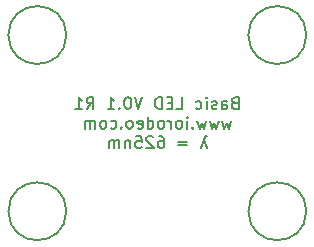
<source format=gbr>
%TF.GenerationSoftware,KiCad,Pcbnew,5.1.7-a382d34a8~87~ubuntu18.04.1*%
%TF.CreationDate,2022-01-02T10:16:47-08:00*%
%TF.ProjectId,basic_led,62617369-635f-46c6-9564-2e6b69636164,rev?*%
%TF.SameCoordinates,Original*%
%TF.FileFunction,Legend,Bot*%
%TF.FilePolarity,Positive*%
%FSLAX46Y46*%
G04 Gerber Fmt 4.6, Leading zero omitted, Abs format (unit mm)*
G04 Created by KiCad (PCBNEW 5.1.7-a382d34a8~87~ubuntu18.04.1) date 2022-01-02 10:16:47*
%MOMM*%
%LPD*%
G01*
G04 APERTURE LIST*
%ADD10C,0.150000*%
G04 APERTURE END LIST*
D10*
X69247619Y-58278571D02*
X69104761Y-58326190D01*
X69057142Y-58373809D01*
X69009523Y-58469047D01*
X69009523Y-58611904D01*
X69057142Y-58707142D01*
X69104761Y-58754761D01*
X69200000Y-58802380D01*
X69580952Y-58802380D01*
X69580952Y-57802380D01*
X69247619Y-57802380D01*
X69152380Y-57850000D01*
X69104761Y-57897619D01*
X69057142Y-57992857D01*
X69057142Y-58088095D01*
X69104761Y-58183333D01*
X69152380Y-58230952D01*
X69247619Y-58278571D01*
X69580952Y-58278571D01*
X68152380Y-58802380D02*
X68152380Y-58278571D01*
X68200000Y-58183333D01*
X68295238Y-58135714D01*
X68485714Y-58135714D01*
X68580952Y-58183333D01*
X68152380Y-58754761D02*
X68247619Y-58802380D01*
X68485714Y-58802380D01*
X68580952Y-58754761D01*
X68628571Y-58659523D01*
X68628571Y-58564285D01*
X68580952Y-58469047D01*
X68485714Y-58421428D01*
X68247619Y-58421428D01*
X68152380Y-58373809D01*
X67723809Y-58754761D02*
X67628571Y-58802380D01*
X67438095Y-58802380D01*
X67342857Y-58754761D01*
X67295238Y-58659523D01*
X67295238Y-58611904D01*
X67342857Y-58516666D01*
X67438095Y-58469047D01*
X67580952Y-58469047D01*
X67676190Y-58421428D01*
X67723809Y-58326190D01*
X67723809Y-58278571D01*
X67676190Y-58183333D01*
X67580952Y-58135714D01*
X67438095Y-58135714D01*
X67342857Y-58183333D01*
X66866666Y-58802380D02*
X66866666Y-58135714D01*
X66866666Y-57802380D02*
X66914285Y-57850000D01*
X66866666Y-57897619D01*
X66819047Y-57850000D01*
X66866666Y-57802380D01*
X66866666Y-57897619D01*
X65961904Y-58754761D02*
X66057142Y-58802380D01*
X66247619Y-58802380D01*
X66342857Y-58754761D01*
X66390476Y-58707142D01*
X66438095Y-58611904D01*
X66438095Y-58326190D01*
X66390476Y-58230952D01*
X66342857Y-58183333D01*
X66247619Y-58135714D01*
X66057142Y-58135714D01*
X65961904Y-58183333D01*
X64295238Y-58802380D02*
X64771428Y-58802380D01*
X64771428Y-57802380D01*
X63961904Y-58278571D02*
X63628571Y-58278571D01*
X63485714Y-58802380D02*
X63961904Y-58802380D01*
X63961904Y-57802380D01*
X63485714Y-57802380D01*
X63057142Y-58802380D02*
X63057142Y-57802380D01*
X62819047Y-57802380D01*
X62676190Y-57850000D01*
X62580952Y-57945238D01*
X62533333Y-58040476D01*
X62485714Y-58230952D01*
X62485714Y-58373809D01*
X62533333Y-58564285D01*
X62580952Y-58659523D01*
X62676190Y-58754761D01*
X62819047Y-58802380D01*
X63057142Y-58802380D01*
X61438095Y-57802380D02*
X61104761Y-58802380D01*
X60771428Y-57802380D01*
X60247619Y-57802380D02*
X60152380Y-57802380D01*
X60057142Y-57850000D01*
X60009523Y-57897619D01*
X59961904Y-57992857D01*
X59914285Y-58183333D01*
X59914285Y-58421428D01*
X59961904Y-58611904D01*
X60009523Y-58707142D01*
X60057142Y-58754761D01*
X60152380Y-58802380D01*
X60247619Y-58802380D01*
X60342857Y-58754761D01*
X60390476Y-58707142D01*
X60438095Y-58611904D01*
X60485714Y-58421428D01*
X60485714Y-58183333D01*
X60438095Y-57992857D01*
X60390476Y-57897619D01*
X60342857Y-57850000D01*
X60247619Y-57802380D01*
X59485714Y-58707142D02*
X59438095Y-58754761D01*
X59485714Y-58802380D01*
X59533333Y-58754761D01*
X59485714Y-58707142D01*
X59485714Y-58802380D01*
X58485714Y-58802380D02*
X59057142Y-58802380D01*
X58771428Y-58802380D02*
X58771428Y-57802380D01*
X58866666Y-57945238D01*
X58961904Y-58040476D01*
X59057142Y-58088095D01*
X56723809Y-58802380D02*
X57057142Y-58326190D01*
X57295238Y-58802380D02*
X57295238Y-57802380D01*
X56914285Y-57802380D01*
X56819047Y-57850000D01*
X56771428Y-57897619D01*
X56723809Y-57992857D01*
X56723809Y-58135714D01*
X56771428Y-58230952D01*
X56819047Y-58278571D01*
X56914285Y-58326190D01*
X57295238Y-58326190D01*
X55771428Y-58802380D02*
X56342857Y-58802380D01*
X56057142Y-58802380D02*
X56057142Y-57802380D01*
X56152380Y-57945238D01*
X56247619Y-58040476D01*
X56342857Y-58088095D01*
X68938095Y-59785714D02*
X68747619Y-60452380D01*
X68557142Y-59976190D01*
X68366666Y-60452380D01*
X68176190Y-59785714D01*
X67890476Y-59785714D02*
X67700000Y-60452380D01*
X67509523Y-59976190D01*
X67319047Y-60452380D01*
X67128571Y-59785714D01*
X66842857Y-59785714D02*
X66652380Y-60452380D01*
X66461904Y-59976190D01*
X66271428Y-60452380D01*
X66080952Y-59785714D01*
X65700000Y-60357142D02*
X65652380Y-60404761D01*
X65700000Y-60452380D01*
X65747619Y-60404761D01*
X65700000Y-60357142D01*
X65700000Y-60452380D01*
X65223809Y-60452380D02*
X65223809Y-59785714D01*
X65223809Y-59452380D02*
X65271428Y-59500000D01*
X65223809Y-59547619D01*
X65176190Y-59500000D01*
X65223809Y-59452380D01*
X65223809Y-59547619D01*
X64604761Y-60452380D02*
X64700000Y-60404761D01*
X64747619Y-60357142D01*
X64795238Y-60261904D01*
X64795238Y-59976190D01*
X64747619Y-59880952D01*
X64700000Y-59833333D01*
X64604761Y-59785714D01*
X64461904Y-59785714D01*
X64366666Y-59833333D01*
X64319047Y-59880952D01*
X64271428Y-59976190D01*
X64271428Y-60261904D01*
X64319047Y-60357142D01*
X64366666Y-60404761D01*
X64461904Y-60452380D01*
X64604761Y-60452380D01*
X63842857Y-60452380D02*
X63842857Y-59785714D01*
X63842857Y-59976190D02*
X63795238Y-59880952D01*
X63747619Y-59833333D01*
X63652380Y-59785714D01*
X63557142Y-59785714D01*
X63080952Y-60452380D02*
X63176190Y-60404761D01*
X63223809Y-60357142D01*
X63271428Y-60261904D01*
X63271428Y-59976190D01*
X63223809Y-59880952D01*
X63176190Y-59833333D01*
X63080952Y-59785714D01*
X62938095Y-59785714D01*
X62842857Y-59833333D01*
X62795238Y-59880952D01*
X62747619Y-59976190D01*
X62747619Y-60261904D01*
X62795238Y-60357142D01*
X62842857Y-60404761D01*
X62938095Y-60452380D01*
X63080952Y-60452380D01*
X61890476Y-60452380D02*
X61890476Y-59452380D01*
X61890476Y-60404761D02*
X61985714Y-60452380D01*
X62176190Y-60452380D01*
X62271428Y-60404761D01*
X62319047Y-60357142D01*
X62366666Y-60261904D01*
X62366666Y-59976190D01*
X62319047Y-59880952D01*
X62271428Y-59833333D01*
X62176190Y-59785714D01*
X61985714Y-59785714D01*
X61890476Y-59833333D01*
X61033333Y-60404761D02*
X61128571Y-60452380D01*
X61319047Y-60452380D01*
X61414285Y-60404761D01*
X61461904Y-60309523D01*
X61461904Y-59928571D01*
X61414285Y-59833333D01*
X61319047Y-59785714D01*
X61128571Y-59785714D01*
X61033333Y-59833333D01*
X60985714Y-59928571D01*
X60985714Y-60023809D01*
X61461904Y-60119047D01*
X60414285Y-60452380D02*
X60509523Y-60404761D01*
X60557142Y-60357142D01*
X60604761Y-60261904D01*
X60604761Y-59976190D01*
X60557142Y-59880952D01*
X60509523Y-59833333D01*
X60414285Y-59785714D01*
X60271428Y-59785714D01*
X60176190Y-59833333D01*
X60128571Y-59880952D01*
X60080952Y-59976190D01*
X60080952Y-60261904D01*
X60128571Y-60357142D01*
X60176190Y-60404761D01*
X60271428Y-60452380D01*
X60414285Y-60452380D01*
X59652380Y-60357142D02*
X59604761Y-60404761D01*
X59652380Y-60452380D01*
X59700000Y-60404761D01*
X59652380Y-60357142D01*
X59652380Y-60452380D01*
X58747619Y-60404761D02*
X58842857Y-60452380D01*
X59033333Y-60452380D01*
X59128571Y-60404761D01*
X59176190Y-60357142D01*
X59223809Y-60261904D01*
X59223809Y-59976190D01*
X59176190Y-59880952D01*
X59128571Y-59833333D01*
X59033333Y-59785714D01*
X58842857Y-59785714D01*
X58747619Y-59833333D01*
X58176190Y-60452380D02*
X58271428Y-60404761D01*
X58319047Y-60357142D01*
X58366666Y-60261904D01*
X58366666Y-59976190D01*
X58319047Y-59880952D01*
X58271428Y-59833333D01*
X58176190Y-59785714D01*
X58033333Y-59785714D01*
X57938095Y-59833333D01*
X57890476Y-59880952D01*
X57842857Y-59976190D01*
X57842857Y-60261904D01*
X57890476Y-60357142D01*
X57938095Y-60404761D01*
X58033333Y-60452380D01*
X58176190Y-60452380D01*
X57414285Y-60452380D02*
X57414285Y-59785714D01*
X57414285Y-59880952D02*
X57366666Y-59833333D01*
X57271428Y-59785714D01*
X57128571Y-59785714D01*
X57033333Y-59833333D01*
X56985714Y-59928571D01*
X56985714Y-60452380D01*
X56985714Y-59928571D02*
X56938095Y-59833333D01*
X56842857Y-59785714D01*
X56700000Y-59785714D01*
X56604761Y-59833333D01*
X56557142Y-59928571D01*
X56557142Y-60452380D01*
X66628571Y-61435714D02*
X66866666Y-62102380D01*
X66866666Y-61102380D02*
X66771428Y-61102380D01*
X66723809Y-61150000D01*
X66628571Y-61435714D01*
X66390476Y-62102380D01*
X65247619Y-61578571D02*
X64485714Y-61578571D01*
X64485714Y-61864285D02*
X65247619Y-61864285D01*
X62819047Y-61102380D02*
X63009523Y-61102380D01*
X63104761Y-61150000D01*
X63152380Y-61197619D01*
X63247619Y-61340476D01*
X63295238Y-61530952D01*
X63295238Y-61911904D01*
X63247619Y-62007142D01*
X63200000Y-62054761D01*
X63104761Y-62102380D01*
X62914285Y-62102380D01*
X62819047Y-62054761D01*
X62771428Y-62007142D01*
X62723809Y-61911904D01*
X62723809Y-61673809D01*
X62771428Y-61578571D01*
X62819047Y-61530952D01*
X62914285Y-61483333D01*
X63104761Y-61483333D01*
X63200000Y-61530952D01*
X63247619Y-61578571D01*
X63295238Y-61673809D01*
X62342857Y-61197619D02*
X62295238Y-61150000D01*
X62200000Y-61102380D01*
X61961904Y-61102380D01*
X61866666Y-61150000D01*
X61819047Y-61197619D01*
X61771428Y-61292857D01*
X61771428Y-61388095D01*
X61819047Y-61530952D01*
X62390476Y-62102380D01*
X61771428Y-62102380D01*
X60866666Y-61102380D02*
X61342857Y-61102380D01*
X61390476Y-61578571D01*
X61342857Y-61530952D01*
X61247619Y-61483333D01*
X61009523Y-61483333D01*
X60914285Y-61530952D01*
X60866666Y-61578571D01*
X60819047Y-61673809D01*
X60819047Y-61911904D01*
X60866666Y-62007142D01*
X60914285Y-62054761D01*
X61009523Y-62102380D01*
X61247619Y-62102380D01*
X61342857Y-62054761D01*
X61390476Y-62007142D01*
X60390476Y-61435714D02*
X60390476Y-62102380D01*
X60390476Y-61530952D02*
X60342857Y-61483333D01*
X60247619Y-61435714D01*
X60104761Y-61435714D01*
X60009523Y-61483333D01*
X59961904Y-61578571D01*
X59961904Y-62102380D01*
X59485714Y-62102380D02*
X59485714Y-61435714D01*
X59485714Y-61530952D02*
X59438095Y-61483333D01*
X59342857Y-61435714D01*
X59200000Y-61435714D01*
X59104761Y-61483333D01*
X59057142Y-61578571D01*
X59057142Y-62102380D01*
X59057142Y-61578571D02*
X59009523Y-61483333D01*
X58914285Y-61435714D01*
X58771428Y-61435714D01*
X58676190Y-61483333D01*
X58628571Y-61578571D01*
X58628571Y-62102380D01*
%TO.C,M4*%
X54990000Y-67460000D02*
G75*
G03*
X54990000Y-67460000I-2450000J0D01*
G01*
%TO.C,M3*%
X75310000Y-67460000D02*
G75*
G03*
X75310000Y-67460000I-2450000J0D01*
G01*
%TO.C,M2*%
X75310000Y-52540000D02*
G75*
G03*
X75310000Y-52540000I-2450000J0D01*
G01*
%TO.C,M1*%
X54990000Y-52540000D02*
G75*
G03*
X54990000Y-52540000I-2450000J0D01*
G01*
%TD*%
M02*

</source>
